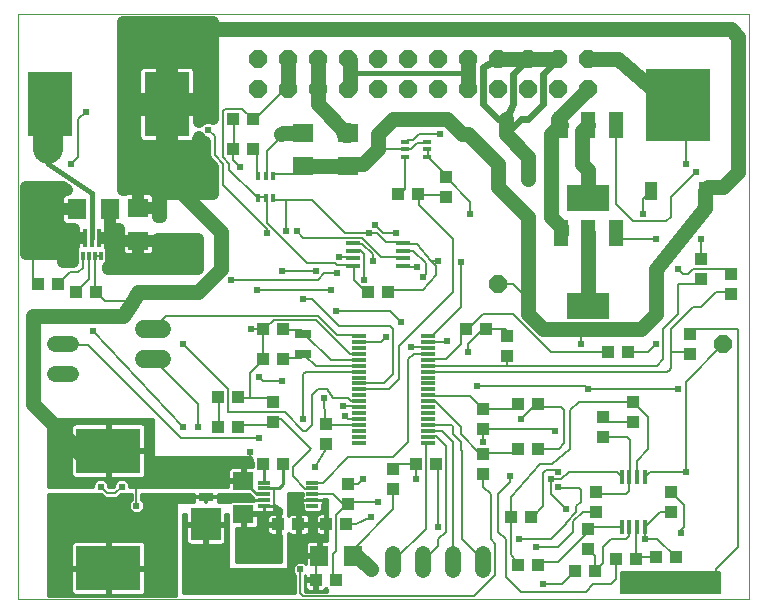
<source format=gtl>
G75*
%MOIN*%
%OFA0B0*%
%FSLAX24Y24*%
%IPPOS*%
%LPD*%
%AMOC8*
5,1,8,0,0,1.08239X$1,22.5*
%
%ADD10C,0.0000*%
%ADD11R,0.0433X0.0394*%
%ADD12R,0.0394X0.0433*%
%ADD13R,0.0472X0.0118*%
%ADD14R,0.0710X0.0630*%
%ADD15R,0.2126X0.2441*%
%ADD16R,0.0394X0.0630*%
%ADD17C,0.0540*%
%ADD18C,0.0600*%
%ADD19R,0.0551X0.0276*%
%ADD20R,0.0709X0.0630*%
%ADD21R,0.0630X0.0709*%
%ADD22R,0.0394X0.0118*%
%ADD23R,0.0130X0.0600*%
%ADD24R,0.0130X0.0300*%
%ADD25R,0.0138X0.0315*%
%ADD26R,0.0315X0.0138*%
%ADD27R,0.1516X0.2165*%
%ADD28R,0.2165X0.1516*%
%ADD29R,0.1000X0.1050*%
%ADD30R,0.0500X0.0250*%
%ADD31OC8,0.0600*%
%ADD32R,0.0480X0.0880*%
%ADD33R,0.1417X0.0866*%
%ADD34R,0.0118X0.0472*%
%ADD35R,0.0630X0.0710*%
%ADD36C,0.0400*%
%ADD37C,0.0356*%
%ADD38C,0.0100*%
%ADD39C,0.0500*%
%ADD40C,0.0060*%
%ADD41C,0.0160*%
%ADD42C,0.0240*%
%ADD43C,0.0240*%
%ADD44C,0.0660*%
%ADD45C,0.1000*%
%ADD46R,0.0356X0.0356*%
D10*
X000630Y000630D02*
X000630Y020126D01*
X025000Y020126D01*
X025000Y000630D01*
X000630Y000630D01*
D11*
X007295Y006380D03*
X007965Y006380D03*
X008795Y008630D03*
X009465Y008630D03*
X009465Y009630D03*
X008795Y009630D03*
X012295Y010880D03*
X012965Y010880D03*
X016930Y009415D03*
X016930Y008745D03*
X017295Y007130D03*
X017965Y007130D03*
X016130Y006965D03*
X016130Y006295D03*
X016130Y005465D03*
X016130Y004795D03*
X017295Y005630D03*
X017965Y005630D03*
X019880Y004215D03*
X019880Y003545D03*
X019630Y002965D03*
X019630Y002295D03*
X021130Y006545D03*
X021130Y007215D03*
X023030Y008795D03*
X023030Y009465D03*
X024380Y010795D03*
X024380Y011465D03*
X023380Y011295D03*
X023380Y011965D03*
X013130Y004965D03*
X013130Y004295D03*
X011630Y004465D03*
X011630Y003795D03*
X009965Y003130D03*
X009295Y003130D03*
X008465Y016630D03*
X007795Y016630D03*
D12*
X007795Y015630D03*
X008465Y015630D03*
X013295Y014130D03*
X013965Y014130D03*
X014880Y014045D03*
X014880Y014715D03*
X015545Y009630D03*
X016215Y009630D03*
X020295Y008880D03*
X020965Y008880D03*
X020130Y006715D03*
X020130Y006045D03*
X022380Y004215D03*
X022380Y003545D03*
X022565Y002030D03*
X021895Y002030D03*
X021215Y001980D03*
X020545Y001980D03*
X019865Y001580D03*
X019195Y001580D03*
X017965Y001780D03*
X017295Y001780D03*
X017045Y003380D03*
X017715Y003380D03*
X014565Y005130D03*
X013895Y005130D03*
X011565Y003130D03*
X010895Y003130D03*
X011215Y001280D03*
X010545Y001280D03*
X009465Y005130D03*
X008795Y005130D03*
X009130Y006545D03*
X009130Y007215D03*
X007965Y007380D03*
X007295Y007380D03*
X010880Y006465D03*
X010880Y005795D03*
X003215Y010880D03*
X002545Y010880D03*
X001965Y011130D03*
X001295Y011130D03*
D13*
X011798Y011747D03*
X011798Y012002D03*
X011798Y012258D03*
X011798Y012514D03*
X013461Y012514D03*
X013461Y012258D03*
X013461Y012002D03*
X013461Y011747D03*
X014272Y009402D03*
X014272Y009205D03*
X014272Y009008D03*
X014272Y008811D03*
X014272Y008614D03*
X014272Y008417D03*
X014272Y008221D03*
X014272Y008024D03*
X014272Y007827D03*
X014272Y007630D03*
X014272Y007433D03*
X014272Y007236D03*
X014272Y007039D03*
X014272Y006843D03*
X014272Y006646D03*
X014272Y006449D03*
X014272Y006252D03*
X014272Y006055D03*
X014272Y005858D03*
X011988Y005858D03*
X011988Y006055D03*
X011988Y006252D03*
X011988Y006449D03*
X011988Y006646D03*
X011988Y006843D03*
X011988Y007039D03*
X011988Y007236D03*
X011988Y007433D03*
X011988Y007630D03*
X011988Y007827D03*
X011988Y008024D03*
X011988Y008221D03*
X011988Y008417D03*
X011988Y008614D03*
X011988Y008811D03*
X011988Y009008D03*
X011988Y009205D03*
X011988Y009402D03*
D14*
X011630Y015070D03*
X011630Y016190D03*
X010130Y016190D03*
X010130Y015070D03*
D15*
X022630Y017114D03*
D16*
X021732Y014240D03*
X023528Y014240D03*
D17*
X016130Y002150D02*
X016130Y001610D01*
X015130Y001610D02*
X015130Y002150D01*
X014130Y002150D02*
X014130Y001610D01*
X013130Y001610D02*
X013130Y002150D01*
X002400Y008130D02*
X001860Y008130D01*
X001860Y009130D02*
X002400Y009130D01*
D18*
X004830Y008630D02*
X005430Y008630D01*
X005430Y009630D02*
X004830Y009630D01*
D19*
X010130Y009465D03*
X010130Y008795D03*
D20*
X008130Y004581D03*
X008130Y003479D03*
X004630Y012579D03*
X004630Y013681D03*
D21*
X003681Y013630D03*
X002579Y013630D03*
D22*
X008823Y004524D03*
X008823Y004327D03*
X008823Y004130D03*
X008823Y003933D03*
X008823Y003736D03*
X010437Y003736D03*
X010437Y003933D03*
X010437Y004130D03*
X010437Y004327D03*
X010437Y004524D03*
D23*
X003321Y012680D03*
X003085Y012680D03*
X002849Y012680D03*
D24*
X002789Y012090D03*
X002986Y012090D03*
X003183Y012090D03*
X003380Y012090D03*
D25*
X008624Y014006D03*
X008880Y014006D03*
X009136Y014006D03*
X009136Y014754D03*
X008880Y014754D03*
X008624Y014754D03*
D26*
X013506Y015374D03*
X013506Y015630D03*
X013506Y015886D03*
X014254Y015886D03*
X014254Y015630D03*
X014254Y015374D03*
D27*
X005589Y017130D03*
X001671Y017130D03*
D28*
X003630Y005589D03*
X003630Y001671D03*
D29*
X006880Y003126D03*
D30*
X006880Y004055D03*
D31*
X016630Y011130D03*
X024130Y009130D03*
X019630Y017630D03*
X019630Y018630D03*
X018630Y018630D03*
X018630Y017630D03*
X017630Y017630D03*
X017630Y018630D03*
X016630Y018630D03*
X016630Y017630D03*
X015630Y017630D03*
X015630Y018630D03*
X014630Y018630D03*
X014630Y017630D03*
X013630Y017630D03*
X012630Y017630D03*
X012630Y018630D03*
X013630Y018630D03*
X011630Y018630D03*
X011630Y017630D03*
X010630Y017630D03*
X010630Y018630D03*
X009630Y018630D03*
X009630Y017630D03*
X008630Y017630D03*
X008630Y018630D03*
D32*
X018720Y016450D03*
X019630Y016450D03*
X020540Y016450D03*
X020540Y012850D03*
X019630Y012850D03*
X018720Y012850D03*
D33*
X019630Y014010D03*
X019630Y010410D03*
D34*
X020746Y004711D03*
X021002Y004711D03*
X021258Y004711D03*
X021513Y004711D03*
X021513Y003048D03*
X021258Y003048D03*
X021002Y003048D03*
X020746Y003048D03*
D35*
X011790Y002080D03*
X010670Y002080D03*
D36*
X006629Y011630D02*
X003630Y011630D01*
X003614Y011712D01*
X003683Y011781D01*
X003726Y011884D01*
X003726Y012296D01*
X003686Y012392D01*
X003686Y012680D01*
X003686Y012976D01*
X003986Y012976D01*
X003976Y012923D01*
X003976Y012579D01*
X004630Y012579D01*
X004630Y012579D01*
X005284Y012579D01*
X005284Y012630D01*
X006630Y012630D01*
X006630Y011631D01*
X006629Y011630D01*
X006630Y011743D02*
X003645Y011743D01*
X003726Y012142D02*
X004002Y012142D01*
X004010Y012122D02*
X004043Y012073D01*
X004084Y012031D01*
X004134Y011998D01*
X004188Y011975D01*
X004246Y011964D01*
X004630Y011964D01*
X005014Y011964D01*
X005072Y011975D01*
X005126Y011998D01*
X005176Y012031D01*
X005217Y012073D01*
X005250Y012122D01*
X005273Y012176D01*
X005284Y012234D01*
X005284Y012579D01*
X004630Y012579D01*
X004630Y012579D01*
X003976Y012579D01*
X003976Y012234D01*
X003987Y012176D01*
X004010Y012122D01*
X003976Y012540D02*
X003686Y012540D01*
X003630Y012630D02*
X003681Y012681D01*
X003681Y013630D01*
X004130Y014260D02*
X004130Y019866D01*
X007130Y019866D01*
X007130Y016643D01*
X007042Y016680D01*
X006882Y016680D01*
X006735Y016619D01*
X006647Y016531D01*
X006647Y016951D01*
X005768Y016951D01*
X005768Y017309D01*
X006647Y017309D01*
X006647Y018242D01*
X006635Y018300D01*
X006612Y018355D01*
X006580Y018404D01*
X006538Y018446D01*
X006489Y018479D01*
X006434Y018501D01*
X006376Y018513D01*
X005768Y018513D01*
X005768Y017309D01*
X005410Y017309D01*
X005410Y018513D01*
X004801Y018513D01*
X004743Y018501D01*
X004689Y018479D01*
X004640Y018446D01*
X004598Y018404D01*
X004565Y018355D01*
X004542Y018300D01*
X004531Y018242D01*
X004531Y017309D01*
X005410Y017309D01*
X005410Y016951D01*
X005768Y016951D01*
X005768Y015747D01*
X006376Y015747D01*
X006434Y015759D01*
X006489Y015781D01*
X006538Y015814D01*
X006580Y015856D01*
X006612Y015905D01*
X006635Y015960D01*
X006647Y016018D01*
X006647Y016028D01*
X006735Y015940D01*
X006862Y015887D01*
X006862Y015373D01*
X006910Y015259D01*
X006997Y015172D01*
X007130Y015039D01*
X007130Y014130D01*
X005380Y014130D01*
X005380Y013380D01*
X005284Y013380D01*
X005284Y013681D01*
X004630Y013681D01*
X004630Y013681D01*
X005284Y013681D01*
X005284Y014026D01*
X005273Y014084D01*
X005250Y014138D01*
X005217Y014187D01*
X005176Y014229D01*
X005126Y014262D01*
X005072Y014285D01*
X005014Y014296D01*
X004630Y014296D01*
X004246Y014296D01*
X004188Y014285D01*
X004134Y014262D01*
X004130Y014260D01*
X004130Y014533D02*
X007130Y014533D01*
X007130Y014931D02*
X004130Y014931D01*
X004130Y015330D02*
X006880Y015330D01*
X006862Y015728D02*
X004130Y015728D01*
X004565Y015905D02*
X004598Y015856D01*
X004640Y015814D01*
X004689Y015781D01*
X004743Y015759D01*
X004801Y015747D01*
X005410Y015747D01*
X005410Y016951D01*
X004531Y016951D01*
X004531Y016018D01*
X004542Y015960D01*
X004565Y015905D01*
X004531Y016127D02*
X004130Y016127D01*
X004130Y016525D02*
X004531Y016525D01*
X004531Y016924D02*
X004130Y016924D01*
X004130Y017322D02*
X004531Y017322D01*
X004531Y017721D02*
X004130Y017721D01*
X004130Y018119D02*
X004531Y018119D01*
X004130Y018518D02*
X007130Y018518D01*
X007130Y018916D02*
X004130Y018916D01*
X004130Y019315D02*
X007130Y019315D01*
X007130Y019713D02*
X004130Y019713D01*
X005410Y018119D02*
X005768Y018119D01*
X005768Y017721D02*
X005410Y017721D01*
X005410Y017322D02*
X005768Y017322D01*
X005768Y016924D02*
X005410Y016924D01*
X005410Y016525D02*
X005768Y016525D01*
X005768Y016127D02*
X005410Y016127D01*
X006647Y016924D02*
X007130Y016924D01*
X007130Y017322D02*
X006647Y017322D01*
X006647Y017721D02*
X007130Y017721D01*
X007130Y018119D02*
X006647Y018119D01*
X004630Y014296D02*
X004630Y013681D01*
X004630Y014296D01*
X004630Y014134D02*
X004630Y014134D01*
X004630Y013736D02*
X004630Y013736D01*
X004630Y013681D02*
X004630Y013681D01*
X005284Y013736D02*
X005380Y013736D01*
X005252Y014134D02*
X007130Y014134D01*
X006630Y012540D02*
X005284Y012540D01*
X005258Y012142D02*
X006630Y012142D01*
X004630Y012142D02*
X004630Y012142D01*
X004630Y011964D02*
X004630Y012579D01*
X004630Y012579D01*
X004630Y011964D01*
X004630Y012540D02*
X004630Y012540D01*
X003979Y012939D02*
X003686Y012939D01*
X003686Y012680D02*
X003446Y012680D01*
X003446Y012680D01*
X003686Y012680D01*
X002724Y012680D02*
X002484Y012680D01*
X002724Y012680D01*
X002724Y012680D01*
X002484Y012680D02*
X002484Y012976D01*
X002234Y012976D01*
X002176Y012987D01*
X002122Y013010D01*
X002073Y013043D01*
X002031Y013084D01*
X001998Y013134D01*
X001975Y013188D01*
X001964Y013246D01*
X001964Y013630D01*
X002579Y013630D01*
X002579Y013630D01*
X001964Y013630D01*
X001964Y014014D01*
X001975Y014072D01*
X001998Y014126D01*
X002031Y014176D01*
X002073Y014217D01*
X002122Y014250D01*
X002176Y014273D01*
X002234Y014284D01*
X002261Y014284D01*
X002115Y014380D01*
X000890Y014380D01*
X000890Y012130D01*
X002130Y012130D01*
X002130Y011880D01*
X002445Y011880D01*
X002443Y011884D01*
X002443Y012296D01*
X002484Y012394D01*
X002484Y012680D01*
X002484Y012540D02*
X000890Y012540D01*
X000890Y012142D02*
X002443Y012142D01*
X002484Y012939D02*
X000890Y012939D01*
X000890Y013337D02*
X001964Y013337D01*
X001964Y013736D02*
X000890Y013736D01*
X000890Y014134D02*
X002003Y014134D01*
D37*
X001130Y014130D03*
X001130Y013630D03*
X001130Y013130D03*
X001130Y012630D03*
X005380Y012380D03*
X005880Y012380D03*
X006380Y012380D03*
X006380Y011880D03*
X005880Y011880D03*
X005380Y011880D03*
X009380Y016130D03*
X017630Y014630D03*
X008810Y003130D03*
X008630Y002630D03*
X008630Y002130D03*
X008130Y002130D03*
X008130Y002630D03*
X009130Y002130D03*
X012380Y001630D03*
D38*
X010930Y000966D02*
X010930Y000891D01*
X010197Y000891D01*
X010191Y000897D01*
X010191Y001436D01*
X010199Y001444D01*
X010199Y001328D01*
X010497Y001328D01*
X010497Y001232D01*
X010199Y001232D01*
X010199Y001044D01*
X010209Y001006D01*
X010228Y000971D01*
X010256Y000943D01*
X010291Y000924D01*
X010329Y000913D01*
X010497Y000913D01*
X010497Y001232D01*
X010594Y001232D01*
X010594Y000913D01*
X010762Y000913D01*
X010800Y000924D01*
X010834Y000943D01*
X010862Y000971D01*
X010882Y001006D01*
X010887Y001025D01*
X010887Y001009D01*
X010930Y000966D01*
X010930Y000943D02*
X010833Y000943D01*
X010594Y000943D02*
X010497Y000943D01*
X010497Y001041D02*
X010594Y001041D01*
X010594Y001140D02*
X010497Y001140D01*
X010497Y001238D02*
X010191Y001238D01*
X010191Y001140D02*
X010199Y001140D01*
X010191Y001041D02*
X010199Y001041D01*
X010191Y000943D02*
X010258Y000943D01*
X009869Y000943D02*
X006130Y000943D01*
X006130Y001041D02*
X009869Y001041D01*
X009869Y001140D02*
X006130Y001140D01*
X006130Y001238D02*
X009869Y001238D01*
X009869Y001337D02*
X006130Y001337D01*
X006130Y001435D02*
X009869Y001435D01*
X009869Y001436D02*
X009869Y000830D01*
X006130Y000830D01*
X006130Y003480D01*
X006230Y003480D01*
X006230Y003176D01*
X006830Y003176D01*
X006830Y003076D01*
X006930Y003076D01*
X006930Y002451D01*
X007400Y002451D01*
X007438Y002461D01*
X007472Y002481D01*
X007500Y002509D01*
X007520Y002543D01*
X007530Y002581D01*
X007530Y003076D01*
X006930Y003076D01*
X006930Y003176D01*
X007530Y003176D01*
X007530Y003480D01*
X007630Y003480D01*
X007630Y001630D01*
X009630Y001630D01*
X009630Y002839D01*
X009656Y002813D01*
X009690Y002793D01*
X009728Y002783D01*
X009916Y002783D01*
X009916Y003082D01*
X010013Y003082D01*
X010013Y003178D01*
X010331Y003178D01*
X010331Y003347D01*
X010321Y003385D01*
X010301Y003419D01*
X010273Y003447D01*
X010239Y003467D01*
X010201Y003477D01*
X010013Y003477D01*
X010013Y003178D01*
X009916Y003178D01*
X009916Y003477D01*
X009728Y003477D01*
X009690Y003467D01*
X009656Y003447D01*
X009630Y003421D01*
X009630Y004180D01*
X010110Y004180D01*
X010110Y004066D01*
X010100Y004050D01*
X010090Y004012D01*
X010090Y003933D01*
X010090Y003854D01*
X010100Y003816D01*
X010110Y003800D01*
X010110Y003623D01*
X010186Y003547D01*
X010688Y003547D01*
X010765Y003623D01*
X010765Y003800D01*
X010774Y003816D01*
X010784Y003854D01*
X010784Y003933D01*
X010437Y003933D01*
X010090Y003933D01*
X010437Y003933D01*
X010437Y003933D01*
X010437Y003933D01*
X010784Y003933D01*
X010784Y003969D01*
X010930Y003969D01*
X010930Y003178D01*
X010847Y003178D01*
X010847Y003082D01*
X010549Y003082D01*
X010549Y002894D01*
X010559Y002856D01*
X010578Y002821D01*
X010606Y002793D01*
X010641Y002774D01*
X010679Y002763D01*
X010847Y002763D01*
X010847Y003082D01*
X010930Y003082D01*
X010930Y002585D01*
X010720Y002585D01*
X010720Y002130D01*
X010620Y002130D01*
X010620Y002030D01*
X010205Y002030D01*
X010205Y001809D01*
X010172Y001843D01*
X010080Y001881D01*
X009980Y001881D01*
X009888Y001843D01*
X009817Y001772D01*
X009779Y001680D01*
X009779Y001580D01*
X009817Y001488D01*
X009869Y001436D01*
X009799Y001534D02*
X006130Y001534D01*
X006130Y001632D02*
X007630Y001632D01*
X007630Y001731D02*
X006130Y001731D01*
X006130Y001829D02*
X007630Y001829D01*
X007630Y001928D02*
X006130Y001928D01*
X006130Y002026D02*
X007630Y002026D01*
X007630Y002125D02*
X006130Y002125D01*
X006130Y002223D02*
X007630Y002223D01*
X007630Y002322D02*
X006130Y002322D01*
X006130Y002420D02*
X007630Y002420D01*
X007630Y002519D02*
X007506Y002519D01*
X007530Y002617D02*
X007630Y002617D01*
X007630Y002716D02*
X007530Y002716D01*
X007530Y002814D02*
X007630Y002814D01*
X007630Y002913D02*
X007530Y002913D01*
X007530Y003011D02*
X007630Y003011D01*
X007630Y003110D02*
X006930Y003110D01*
X006930Y003011D02*
X006830Y003011D01*
X006830Y003076D02*
X006830Y002451D01*
X006360Y002451D01*
X006322Y002461D01*
X006288Y002481D01*
X006260Y002509D01*
X006240Y002543D01*
X006230Y002581D01*
X006230Y003076D01*
X006830Y003076D01*
X006830Y003110D02*
X006130Y003110D01*
X006130Y003208D02*
X006230Y003208D01*
X006230Y003307D02*
X006130Y003307D01*
X006130Y003405D02*
X006230Y003405D01*
X005880Y003405D02*
X001630Y003405D01*
X001630Y003307D02*
X005880Y003307D01*
X005880Y003208D02*
X001630Y003208D01*
X001630Y003110D02*
X005880Y003110D01*
X005880Y003011D02*
X001630Y003011D01*
X001630Y002913D02*
X005880Y002913D01*
X005880Y002814D02*
X001630Y002814D01*
X001630Y002716D02*
X005880Y002716D01*
X005880Y002617D02*
X001630Y002617D01*
X001630Y002519D02*
X002426Y002519D01*
X002427Y002521D02*
X002408Y002487D01*
X002397Y002449D01*
X002397Y001721D01*
X003580Y001721D01*
X003580Y001621D01*
X003680Y001621D01*
X003680Y000763D01*
X004732Y000763D01*
X004771Y000774D01*
X004805Y000793D01*
X004833Y000821D01*
X004852Y000856D01*
X004863Y000894D01*
X004863Y001621D01*
X003680Y001621D01*
X003680Y001721D01*
X004863Y001721D01*
X004863Y002449D01*
X004852Y002487D01*
X004833Y002521D01*
X004805Y002549D01*
X004771Y002569D01*
X004732Y002579D01*
X003680Y002579D01*
X003680Y001721D01*
X003580Y001721D01*
X003580Y002579D01*
X002528Y002579D01*
X002489Y002569D01*
X002455Y002549D01*
X002427Y002521D01*
X002397Y002420D02*
X001630Y002420D01*
X001630Y002322D02*
X002397Y002322D01*
X002397Y002223D02*
X001630Y002223D01*
X001630Y002125D02*
X002397Y002125D01*
X002397Y002026D02*
X001630Y002026D01*
X001630Y001928D02*
X002397Y001928D01*
X002397Y001829D02*
X001630Y001829D01*
X001630Y001731D02*
X002397Y001731D01*
X002397Y001621D02*
X002397Y000894D01*
X002408Y000856D01*
X002427Y000821D01*
X002455Y000793D01*
X002489Y000774D01*
X002528Y000763D01*
X003580Y000763D01*
X003580Y001621D01*
X002397Y001621D01*
X002397Y001534D02*
X001630Y001534D01*
X001630Y001632D02*
X003580Y001632D01*
X003580Y001534D02*
X003680Y001534D01*
X003680Y001632D02*
X005880Y001632D01*
X005880Y001534D02*
X004863Y001534D01*
X004863Y001435D02*
X005880Y001435D01*
X005880Y001337D02*
X004863Y001337D01*
X004863Y001238D02*
X005880Y001238D01*
X005880Y001140D02*
X004863Y001140D01*
X004863Y001041D02*
X005880Y001041D01*
X005880Y000943D02*
X004863Y000943D01*
X004846Y000844D02*
X005880Y000844D01*
X005880Y000746D02*
X001630Y000746D01*
X001630Y000740D02*
X001630Y004130D01*
X003406Y004130D01*
X003424Y004112D01*
X003518Y004018D01*
X003933Y004018D01*
X004045Y004130D01*
X004409Y004130D01*
X004409Y003950D01*
X004357Y003898D01*
X004319Y003806D01*
X004319Y003706D01*
X004357Y003614D01*
X004428Y003544D01*
X004520Y003505D01*
X004620Y003505D01*
X004712Y003544D01*
X004782Y003614D01*
X004821Y003706D01*
X004821Y003806D01*
X004782Y003898D01*
X004731Y003950D01*
X004731Y004130D01*
X006480Y004130D01*
X006480Y004068D01*
X006867Y004068D01*
X006867Y004042D01*
X006480Y004042D01*
X006480Y003910D01*
X006488Y003880D01*
X005880Y003880D01*
X005880Y000740D01*
X001630Y000740D01*
X001630Y000844D02*
X002414Y000844D01*
X002397Y000943D02*
X001630Y000943D01*
X001630Y001041D02*
X002397Y001041D01*
X002397Y001140D02*
X001630Y001140D01*
X001630Y001238D02*
X002397Y001238D01*
X002397Y001337D02*
X001630Y001337D01*
X001630Y001435D02*
X002397Y001435D01*
X003580Y001435D02*
X003680Y001435D01*
X003680Y001337D02*
X003580Y001337D01*
X003580Y001238D02*
X003680Y001238D01*
X003680Y001140D02*
X003580Y001140D01*
X003580Y001041D02*
X003680Y001041D01*
X003680Y000943D02*
X003580Y000943D01*
X003580Y000844D02*
X003680Y000844D01*
X003680Y001731D02*
X003580Y001731D01*
X003580Y001829D02*
X003680Y001829D01*
X003680Y001928D02*
X003580Y001928D01*
X003580Y002026D02*
X003680Y002026D01*
X003680Y002125D02*
X003580Y002125D01*
X003580Y002223D02*
X003680Y002223D01*
X003680Y002322D02*
X003580Y002322D01*
X003580Y002420D02*
X003680Y002420D01*
X003680Y002519D02*
X003580Y002519D01*
X004834Y002519D02*
X005880Y002519D01*
X005880Y002420D02*
X004863Y002420D01*
X004863Y002322D02*
X005880Y002322D01*
X005880Y002223D02*
X004863Y002223D01*
X004863Y002125D02*
X005880Y002125D01*
X005880Y002026D02*
X004863Y002026D01*
X004863Y001928D02*
X005880Y001928D01*
X005880Y001829D02*
X004863Y001829D01*
X004863Y001731D02*
X005880Y001731D01*
X006130Y002519D02*
X006254Y002519D01*
X006230Y002617D02*
X006130Y002617D01*
X006130Y002716D02*
X006230Y002716D01*
X006230Y002814D02*
X006130Y002814D01*
X006130Y002913D02*
X006230Y002913D01*
X006230Y003011D02*
X006130Y003011D01*
X005880Y003504D02*
X001630Y003504D01*
X001630Y003602D02*
X004369Y003602D01*
X004322Y003701D02*
X001630Y003701D01*
X001630Y003799D02*
X004319Y003799D01*
X004357Y003898D02*
X001630Y003898D01*
X001630Y003996D02*
X004409Y003996D01*
X004409Y004095D02*
X004010Y004095D01*
X003827Y004380D02*
X003625Y004380D01*
X003625Y004439D01*
X003586Y004531D01*
X003516Y004602D01*
X003424Y004640D01*
X003324Y004640D01*
X003232Y004602D01*
X003161Y004531D01*
X003123Y004439D01*
X003123Y004380D01*
X001630Y004380D01*
X001630Y006630D01*
X005130Y006630D01*
X005130Y005380D01*
X008380Y005380D01*
X008468Y005161D01*
X008468Y005046D01*
X008180Y005046D01*
X008180Y004631D01*
X008080Y004631D01*
X008080Y004531D01*
X007626Y004531D01*
X007626Y004380D01*
X004328Y004380D01*
X004328Y004439D01*
X004290Y004531D01*
X004219Y004602D01*
X004127Y004640D01*
X004027Y004640D01*
X003935Y004602D01*
X003865Y004531D01*
X003827Y004439D01*
X003827Y004380D01*
X003827Y004390D02*
X003625Y004390D01*
X003604Y004489D02*
X003847Y004489D01*
X003920Y004587D02*
X003531Y004587D01*
X003580Y004681D02*
X003580Y005539D01*
X002397Y005539D01*
X002397Y004811D01*
X002408Y004773D01*
X002427Y004739D01*
X002455Y004711D01*
X002489Y004691D01*
X002528Y004681D01*
X003580Y004681D01*
X003580Y004686D02*
X003680Y004686D01*
X003680Y004681D02*
X004732Y004681D01*
X004771Y004691D01*
X004805Y004711D01*
X004833Y004739D01*
X004852Y004773D01*
X004863Y004811D01*
X004863Y005539D01*
X003680Y005539D01*
X003680Y005639D01*
X003580Y005639D01*
X003580Y006497D01*
X002528Y006497D01*
X002489Y006486D01*
X002455Y006467D01*
X002427Y006439D01*
X002408Y006404D01*
X002397Y006366D01*
X002397Y005639D01*
X003580Y005639D01*
X003580Y005539D01*
X003680Y005539D01*
X003680Y004681D01*
X003680Y004784D02*
X003580Y004784D01*
X003580Y004883D02*
X003680Y004883D01*
X003680Y004981D02*
X003580Y004981D01*
X003580Y005080D02*
X003680Y005080D01*
X003680Y005178D02*
X003580Y005178D01*
X003580Y005277D02*
X003680Y005277D01*
X003680Y005375D02*
X003580Y005375D01*
X003580Y005474D02*
X003680Y005474D01*
X003680Y005572D02*
X005130Y005572D01*
X005130Y005474D02*
X004863Y005474D01*
X004863Y005375D02*
X008382Y005375D01*
X008421Y005277D02*
X004863Y005277D01*
X004863Y005178D02*
X008461Y005178D01*
X008468Y005080D02*
X004863Y005080D01*
X004863Y004981D02*
X007651Y004981D01*
X007656Y004988D02*
X007636Y004954D01*
X007626Y004916D01*
X007626Y004631D01*
X008080Y004631D01*
X008080Y005046D01*
X007756Y005046D01*
X007718Y005036D01*
X007684Y005016D01*
X007656Y004988D01*
X007626Y004883D02*
X004863Y004883D01*
X004855Y004784D02*
X007626Y004784D01*
X007626Y004686D02*
X004750Y004686D01*
X004308Y004489D02*
X007626Y004489D01*
X007626Y004390D02*
X004328Y004390D01*
X004234Y004587D02*
X008080Y004587D01*
X008130Y004581D02*
X008581Y004130D01*
X008823Y004130D01*
X008823Y003933D02*
X008823Y003933D01*
X008476Y003933D01*
X008476Y003924D01*
X007722Y003924D01*
X007677Y003880D01*
X007272Y003880D01*
X007280Y003910D01*
X007280Y004042D01*
X006893Y004042D01*
X006893Y004068D01*
X007280Y004068D01*
X007280Y004130D01*
X008326Y004130D01*
X008476Y003980D01*
X008476Y003933D01*
X008823Y003933D01*
X008823Y003736D02*
X009170Y003736D01*
X009170Y003657D01*
X009160Y003619D01*
X009140Y003585D01*
X009112Y003557D01*
X009078Y003537D01*
X009040Y003527D01*
X008823Y003527D01*
X008823Y003736D01*
X008823Y003736D01*
X008823Y003527D01*
X008606Y003527D01*
X008600Y003529D01*
X008180Y003529D01*
X008180Y003429D01*
X008634Y003429D01*
X008634Y003144D01*
X008624Y003106D01*
X008604Y003072D01*
X008576Y003044D01*
X008542Y003024D01*
X008504Y003014D01*
X008180Y003014D01*
X008180Y003429D01*
X008080Y003429D01*
X008080Y003014D01*
X007880Y003014D01*
X007880Y001880D01*
X009380Y001880D01*
X009380Y002783D01*
X009344Y002783D01*
X009344Y003082D01*
X009247Y003082D01*
X008929Y003082D01*
X008929Y002913D01*
X008939Y002875D01*
X008959Y002841D01*
X008987Y002813D01*
X009021Y002793D01*
X009059Y002783D01*
X009247Y002783D01*
X009247Y003082D01*
X009247Y003178D01*
X008929Y003178D01*
X008929Y003347D01*
X008939Y003385D01*
X008959Y003419D01*
X008987Y003447D01*
X009021Y003467D01*
X009059Y003477D01*
X009247Y003477D01*
X009247Y003178D01*
X009344Y003178D01*
X009344Y003477D01*
X009380Y003477D01*
X009380Y003630D01*
X009170Y003770D01*
X009170Y003736D01*
X008823Y003736D01*
X008823Y003736D01*
X008823Y003701D02*
X008823Y003701D01*
X008823Y003602D02*
X008823Y003602D01*
X008951Y003405D02*
X008634Y003405D01*
X008634Y003307D02*
X008929Y003307D01*
X008929Y003208D02*
X008634Y003208D01*
X008625Y003110D02*
X009247Y003110D01*
X009247Y003208D02*
X009344Y003208D01*
X009344Y003307D02*
X009247Y003307D01*
X009247Y003405D02*
X009344Y003405D01*
X009380Y003504D02*
X008180Y003504D01*
X008180Y003405D02*
X008080Y003405D01*
X008080Y003307D02*
X008180Y003307D01*
X008180Y003208D02*
X008080Y003208D01*
X008080Y003110D02*
X008180Y003110D01*
X007880Y003011D02*
X008929Y003011D01*
X008929Y002913D02*
X007880Y002913D01*
X007880Y002814D02*
X008986Y002814D01*
X009247Y002814D02*
X009344Y002814D01*
X009344Y002913D02*
X009247Y002913D01*
X009247Y003011D02*
X009344Y003011D01*
X009380Y002716D02*
X007880Y002716D01*
X007880Y002617D02*
X009380Y002617D01*
X009380Y002519D02*
X007880Y002519D01*
X007880Y002420D02*
X009380Y002420D01*
X009380Y002322D02*
X007880Y002322D01*
X007880Y002223D02*
X009380Y002223D01*
X009380Y002125D02*
X007880Y002125D01*
X007880Y002026D02*
X009380Y002026D01*
X009380Y001928D02*
X007880Y001928D01*
X006930Y002519D02*
X006830Y002519D01*
X006830Y002617D02*
X006930Y002617D01*
X006930Y002716D02*
X006830Y002716D01*
X006830Y002814D02*
X006930Y002814D01*
X006930Y002913D02*
X006830Y002913D01*
X007530Y003208D02*
X007630Y003208D01*
X007630Y003307D02*
X007530Y003307D01*
X007530Y003405D02*
X007630Y003405D01*
X007695Y003898D02*
X007277Y003898D01*
X007280Y003996D02*
X008460Y003996D01*
X008361Y004095D02*
X007280Y004095D01*
X006893Y004042D02*
X006893Y003880D01*
X006867Y003880D01*
X006867Y004042D01*
X006893Y004042D01*
X006893Y003996D02*
X006867Y003996D01*
X006867Y003898D02*
X006893Y003898D01*
X006483Y003898D02*
X004783Y003898D01*
X004821Y003799D02*
X005880Y003799D01*
X005880Y003701D02*
X004818Y003701D01*
X004770Y003602D02*
X005880Y003602D01*
X006480Y003996D02*
X004731Y003996D01*
X004731Y004095D02*
X006480Y004095D01*
X008080Y004686D02*
X008180Y004686D01*
X008180Y004784D02*
X008080Y004784D01*
X008080Y004883D02*
X008180Y004883D01*
X008180Y004981D02*
X008080Y004981D01*
X008795Y005130D02*
X008823Y005102D01*
X008823Y004524D01*
X008823Y004327D02*
X009143Y004327D01*
X009327Y004327D01*
X009465Y004465D01*
X009465Y005130D01*
X009630Y004095D02*
X010110Y004095D01*
X010090Y003996D02*
X009630Y003996D01*
X009630Y003898D02*
X010090Y003898D01*
X010110Y003799D02*
X009630Y003799D01*
X009630Y003701D02*
X010110Y003701D01*
X010131Y003602D02*
X009630Y003602D01*
X009630Y003504D02*
X010930Y003504D01*
X010847Y003497D02*
X010679Y003497D01*
X010641Y003486D01*
X010606Y003467D01*
X010578Y003439D01*
X010559Y003404D01*
X010549Y003366D01*
X010549Y003178D01*
X010847Y003178D01*
X010847Y003497D01*
X010847Y003405D02*
X010930Y003405D01*
X010930Y003307D02*
X010847Y003307D01*
X010847Y003208D02*
X010930Y003208D01*
X010847Y003110D02*
X010013Y003110D01*
X010013Y003082D02*
X010331Y003082D01*
X010331Y002913D01*
X010321Y002875D01*
X010301Y002841D01*
X010273Y002813D01*
X010239Y002793D01*
X010201Y002783D01*
X010013Y002783D01*
X010013Y003082D01*
X010013Y003011D02*
X009916Y003011D01*
X009916Y002913D02*
X010013Y002913D01*
X010013Y002814D02*
X009916Y002814D01*
X009655Y002814D02*
X009630Y002814D01*
X009630Y002716D02*
X010930Y002716D01*
X010930Y002814D02*
X010847Y002814D01*
X010847Y002913D02*
X010930Y002913D01*
X010930Y003011D02*
X010847Y003011D01*
X010586Y002814D02*
X010274Y002814D01*
X010331Y002913D02*
X010549Y002913D01*
X010549Y003011D02*
X010331Y003011D01*
X010331Y003208D02*
X010549Y003208D01*
X010549Y003307D02*
X010331Y003307D01*
X010309Y003405D02*
X010559Y003405D01*
X010744Y003602D02*
X010930Y003602D01*
X010930Y003701D02*
X010765Y003701D01*
X010765Y003799D02*
X010930Y003799D01*
X010930Y003898D02*
X010784Y003898D01*
X010013Y003405D02*
X009916Y003405D01*
X009916Y003307D02*
X010013Y003307D01*
X010013Y003208D02*
X009916Y003208D01*
X009380Y003602D02*
X009150Y003602D01*
X009170Y003701D02*
X009274Y003701D01*
X009630Y002617D02*
X010930Y002617D01*
X010720Y002519D02*
X010620Y002519D01*
X010620Y002585D02*
X010335Y002585D01*
X010297Y002575D01*
X010263Y002555D01*
X010235Y002527D01*
X010215Y002493D01*
X010205Y002455D01*
X010205Y002130D01*
X010620Y002130D01*
X010620Y002585D01*
X010620Y002420D02*
X010720Y002420D01*
X010720Y002322D02*
X010620Y002322D01*
X010620Y002223D02*
X010720Y002223D01*
X010620Y002125D02*
X009630Y002125D01*
X009630Y002223D02*
X010205Y002223D01*
X010205Y002322D02*
X009630Y002322D01*
X009630Y002420D02*
X010205Y002420D01*
X010230Y002519D02*
X009630Y002519D01*
X009630Y002026D02*
X010205Y002026D01*
X010205Y001928D02*
X009630Y001928D01*
X009630Y001829D02*
X009874Y001829D01*
X009800Y001731D02*
X009630Y001731D01*
X009630Y001632D02*
X009779Y001632D01*
X010186Y001829D02*
X010205Y001829D01*
X010191Y001435D02*
X010199Y001435D01*
X010191Y001337D02*
X010199Y001337D01*
X009869Y000844D02*
X006130Y000844D01*
X003441Y004095D02*
X001630Y004095D01*
X001630Y004390D02*
X003123Y004390D01*
X003144Y004489D02*
X001630Y004489D01*
X001630Y004587D02*
X003217Y004587D01*
X002510Y004686D02*
X001630Y004686D01*
X001630Y004784D02*
X002405Y004784D01*
X002397Y004883D02*
X001630Y004883D01*
X001630Y004981D02*
X002397Y004981D01*
X002397Y005080D02*
X001630Y005080D01*
X001630Y005178D02*
X002397Y005178D01*
X002397Y005277D02*
X001630Y005277D01*
X001630Y005375D02*
X002397Y005375D01*
X002397Y005474D02*
X001630Y005474D01*
X001630Y005572D02*
X003580Y005572D01*
X003580Y005671D02*
X003680Y005671D01*
X003680Y005639D02*
X003680Y006497D01*
X004732Y006497D01*
X004771Y006486D01*
X004805Y006467D01*
X004833Y006439D01*
X004852Y006404D01*
X004863Y006366D01*
X004863Y005639D01*
X003680Y005639D01*
X003680Y005769D02*
X003580Y005769D01*
X003580Y005868D02*
X003680Y005868D01*
X003680Y005966D02*
X003580Y005966D01*
X003580Y006065D02*
X003680Y006065D01*
X003680Y006163D02*
X003580Y006163D01*
X003580Y006262D02*
X003680Y006262D01*
X003680Y006360D02*
X003580Y006360D01*
X003580Y006459D02*
X003680Y006459D01*
X004813Y006459D02*
X005130Y006459D01*
X005130Y006557D02*
X001630Y006557D01*
X001630Y006459D02*
X002447Y006459D01*
X002397Y006360D02*
X001630Y006360D01*
X001630Y006262D02*
X002397Y006262D01*
X002397Y006163D02*
X001630Y006163D01*
X001630Y006065D02*
X002397Y006065D01*
X002397Y005966D02*
X001630Y005966D01*
X001630Y005868D02*
X002397Y005868D01*
X002397Y005769D02*
X001630Y005769D01*
X001630Y005671D02*
X002397Y005671D01*
X004863Y005671D02*
X005130Y005671D01*
X005130Y005769D02*
X004863Y005769D01*
X004863Y005868D02*
X005130Y005868D01*
X005130Y005966D02*
X004863Y005966D01*
X004863Y006065D02*
X005130Y006065D01*
X005130Y006163D02*
X004863Y006163D01*
X004863Y006262D02*
X005130Y006262D01*
X005130Y006360D02*
X004863Y006360D01*
D39*
X002671Y005589D02*
X001130Y007130D01*
X001130Y010080D01*
X004130Y010080D01*
X004447Y010588D01*
X004630Y010880D01*
X006630Y010880D01*
X007380Y011630D01*
X007380Y012880D01*
X005880Y014380D01*
X009380Y016130D02*
X009440Y016190D01*
X010130Y016190D01*
X010630Y017130D02*
X010630Y017630D01*
X010630Y018630D01*
X009635Y018601D02*
X009635Y017686D01*
X010630Y017130D02*
X011570Y016190D01*
X012630Y016130D02*
X012630Y015630D01*
X012130Y015130D01*
X011690Y015130D01*
X011630Y015070D01*
X010130Y015070D01*
X012630Y016130D02*
X013130Y016630D01*
X014930Y016630D01*
X015430Y016130D01*
X015630Y016130D01*
X016630Y015130D01*
X016630Y014380D01*
X017630Y013380D01*
X017630Y010630D01*
X017630Y010130D01*
X018130Y009630D01*
X019380Y009630D01*
X021380Y009630D01*
X021880Y010130D01*
X021880Y011630D01*
X023530Y013680D01*
X023530Y013938D01*
X023528Y014240D01*
X023630Y014380D02*
X024130Y014380D01*
X024630Y014880D01*
X024630Y019380D01*
X024380Y019630D01*
X006880Y019630D01*
X011676Y018601D02*
X011676Y018179D01*
X011676Y017686D01*
X015615Y017686D02*
X015615Y018030D01*
X015615Y018179D01*
X015615Y018601D01*
X016630Y018630D02*
X017630Y018630D01*
X018630Y018630D01*
X019630Y018630D02*
X020630Y018630D01*
X022396Y017114D01*
X022630Y017114D01*
X019630Y017630D02*
X018630Y016630D01*
X018630Y016540D01*
X018720Y016450D01*
X018400Y016130D01*
X018380Y016130D01*
X018380Y013380D01*
X018720Y013040D01*
X018720Y012850D01*
X019630Y012850D02*
X019630Y011630D01*
X019630Y010410D01*
X019630Y014010D02*
X019630Y014930D01*
X019430Y015130D01*
X019430Y016250D01*
X019630Y016450D01*
X017630Y015380D02*
X016880Y016130D01*
X016880Y016630D01*
X017630Y015380D02*
X017630Y014630D01*
X011930Y002080D02*
X011790Y002080D01*
X011930Y002080D02*
X012380Y001630D01*
D40*
X013130Y001880D02*
X013153Y001927D01*
X014208Y002982D01*
X014208Y005867D01*
X014272Y005858D01*
X014272Y006055D02*
X014279Y006078D01*
X014560Y006078D01*
X014880Y005758D01*
X014880Y002880D01*
X014631Y002631D01*
X014631Y002419D01*
X014138Y001927D01*
X014130Y001880D01*
X015130Y001880D02*
X015130Y005880D01*
X014758Y006252D01*
X014272Y006252D01*
X014279Y006430D02*
X015080Y006430D01*
X015130Y006380D01*
X015130Y006130D01*
X015380Y005880D01*
X015380Y005610D01*
X015404Y005585D01*
X015404Y002631D01*
X016108Y001927D01*
X016130Y001880D01*
X016530Y001434D02*
X016530Y002480D01*
X016380Y002630D01*
X016380Y004130D01*
X016130Y004380D01*
X016130Y004795D01*
X016178Y004741D01*
X016130Y005465D02*
X016178Y005515D01*
X015995Y005515D01*
X015380Y006130D01*
X015380Y006380D01*
X014524Y007236D01*
X014272Y007236D01*
X014279Y007415D02*
X014272Y007433D01*
X014279Y007415D02*
X015686Y007415D01*
X016108Y006992D01*
X016130Y006965D01*
X016178Y006992D01*
X017163Y006992D01*
X017234Y007063D01*
X017295Y007130D01*
X017380Y006630D02*
X017880Y007130D01*
X017965Y007130D01*
X018065Y007030D01*
X018730Y007030D01*
X018830Y006930D01*
X018830Y005830D01*
X018656Y005656D01*
X018008Y005656D01*
X017965Y005630D01*
X018030Y005130D02*
X017045Y004045D01*
X017045Y003380D01*
X017045Y002130D01*
X017295Y001780D01*
X016880Y001380D02*
X016880Y002630D01*
X016630Y002880D01*
X016630Y004130D01*
X017030Y004530D01*
X017030Y004730D01*
X018030Y005130D02*
X018430Y005130D01*
X019030Y005630D01*
X019030Y006930D01*
X019315Y007215D01*
X021130Y007215D01*
X021630Y006715D01*
X021630Y005630D01*
X021258Y005258D01*
X021258Y004711D01*
X021030Y004740D02*
X021030Y005930D01*
X020915Y006045D01*
X020130Y006045D01*
X020299Y006545D02*
X021130Y006545D01*
X020299Y006545D02*
X020130Y006715D01*
X019630Y007630D02*
X019530Y007730D01*
X015930Y007730D01*
X016880Y008417D02*
X016930Y008467D01*
X016930Y008745D01*
X016880Y008417D02*
X021917Y008417D01*
X022130Y008630D01*
X022130Y009630D01*
X022630Y010130D01*
X022630Y011130D01*
X023215Y011130D01*
X023380Y011295D01*
X023130Y011630D02*
X022965Y011465D01*
X022795Y011465D01*
X022630Y011630D01*
X023130Y011630D02*
X024215Y011630D01*
X024380Y011465D01*
X024295Y010880D02*
X023880Y010880D01*
X023380Y010380D01*
X023130Y010380D01*
X022380Y009630D01*
X022380Y008880D01*
X022880Y008880D01*
X023030Y008795D01*
X022380Y008880D02*
X022380Y008380D01*
X022378Y008357D01*
X022374Y008335D01*
X022366Y008314D01*
X022355Y008294D01*
X022341Y008276D01*
X022325Y008260D01*
X022307Y008246D01*
X022287Y008235D01*
X022266Y008227D01*
X022244Y008223D01*
X022221Y008221D01*
X014272Y008221D01*
X014272Y008417D02*
X016880Y008417D01*
X016880Y009380D02*
X016930Y009415D01*
X016880Y009380D02*
X016880Y009630D01*
X016215Y009630D01*
X016130Y009630D01*
X015630Y009130D01*
X015630Y008880D01*
X015380Y009130D02*
X014880Y008630D01*
X014380Y008630D01*
X014272Y008614D01*
X014272Y008811D02*
X013811Y008811D01*
X013630Y008630D01*
X013630Y005880D01*
X013130Y005380D01*
X011630Y005380D01*
X010774Y004524D01*
X010437Y004524D01*
X010437Y004327D02*
X010409Y004319D01*
X010198Y004319D01*
X009776Y004741D01*
X009776Y005026D01*
X010380Y005630D01*
X009380Y006630D01*
X009215Y006630D01*
X009130Y006545D01*
X009073Y006500D01*
X009002Y006430D01*
X008017Y006430D01*
X007965Y006380D01*
X007630Y006880D02*
X009530Y006880D01*
X010130Y006230D01*
X010230Y006230D01*
X010430Y006430D01*
X010430Y007430D01*
X010630Y007630D01*
X010930Y007630D01*
X011130Y007330D01*
X011630Y007330D01*
X011730Y007230D01*
X011982Y007230D01*
X011988Y007236D01*
X011957Y007063D02*
X011988Y007039D01*
X011957Y007063D02*
X011465Y007063D01*
X011530Y006730D02*
X011614Y006646D01*
X011988Y006646D01*
X011988Y006449D02*
X011957Y006430D01*
X010915Y006430D01*
X010880Y006465D01*
X010880Y006630D01*
X010862Y006620D01*
X010933Y006500D01*
X010862Y006620D02*
X010833Y007344D01*
X010130Y006630D02*
X010130Y008130D01*
X010221Y008221D01*
X011988Y008221D01*
X011957Y008400D02*
X011988Y008417D01*
X011957Y008400D02*
X010550Y008400D01*
X010198Y008751D01*
X010130Y008795D01*
X010128Y008751D01*
X010057Y008681D01*
X009495Y008681D01*
X009465Y008630D01*
X008795Y008630D02*
X008791Y008611D01*
X008369Y008189D01*
X008369Y007344D01*
X008017Y007344D01*
X007965Y007380D01*
X007630Y007630D02*
X006130Y009130D01*
X005555Y010088D02*
X005133Y009666D01*
X005130Y009630D01*
X005555Y010088D02*
X010620Y010088D01*
X011254Y009455D01*
X011957Y009455D01*
X011988Y009402D01*
X011988Y009205D02*
X012705Y009205D01*
X012880Y009380D01*
X013130Y009630D02*
X013130Y008130D01*
X012827Y007827D01*
X011988Y007827D01*
X011988Y007630D02*
X012980Y007630D01*
X013330Y007980D01*
X013330Y009080D01*
X015130Y010880D01*
X015130Y012630D01*
X013997Y013763D01*
X013997Y014098D01*
X013965Y014130D01*
X013997Y014098D02*
X014842Y014098D01*
X014880Y014045D01*
X014912Y014661D02*
X014880Y014715D01*
X014912Y014731D01*
X014279Y015365D01*
X014254Y015374D01*
X014279Y015435D01*
X014279Y015576D01*
X014254Y015630D01*
X014208Y015857D02*
X013927Y015857D01*
X013716Y015646D01*
X013575Y015646D01*
X013506Y015630D01*
X013505Y015646D01*
X012872Y015646D01*
X012630Y015630D01*
X013506Y015374D02*
X013505Y015365D01*
X013505Y014309D01*
X013364Y014169D01*
X013295Y014130D01*
X012520Y013113D02*
X012801Y012832D01*
X013223Y012832D01*
X013434Y012550D02*
X012872Y012550D01*
X012590Y012832D01*
X012309Y012832D01*
X011535Y012832D01*
X010409Y013958D01*
X009565Y013958D01*
X009565Y012902D01*
X009917Y012902D02*
X010128Y012691D01*
X012098Y012691D01*
X012731Y012058D01*
X013434Y012058D01*
X013461Y012002D01*
X013461Y012258D02*
X013802Y012258D01*
X014230Y011830D01*
X014230Y011480D01*
X014130Y011380D01*
X013927Y011706D02*
X013505Y011706D01*
X013461Y011747D01*
X013916Y012480D02*
X014379Y011917D01*
X014549Y011747D01*
X014549Y011454D01*
X014127Y010932D01*
X013012Y010932D01*
X012965Y010880D01*
X012379Y010792D02*
X012309Y010862D01*
X012295Y010880D01*
X012238Y010932D01*
X012168Y010932D01*
X011816Y011284D01*
X011816Y011706D01*
X011798Y011747D01*
X011746Y011777D01*
X011254Y011777D01*
X011183Y011847D01*
X010269Y011847D01*
X008932Y013184D01*
X008932Y013958D01*
X008880Y014006D01*
X008861Y014028D01*
X008650Y014028D01*
X008624Y014006D01*
X008580Y014028D01*
X007665Y014943D01*
X007665Y015154D01*
X007454Y015365D01*
X007454Y016912D01*
X007525Y016983D01*
X008088Y016983D01*
X008439Y016631D01*
X008465Y016630D01*
X008510Y016631D01*
X009565Y017686D01*
X009630Y017630D01*
X009635Y017686D01*
X009635Y018601D02*
X009630Y018630D01*
X011630Y018630D02*
X011676Y018601D01*
X011676Y017686D02*
X011630Y017630D01*
X013506Y015886D02*
X013575Y015927D01*
X013786Y015927D01*
X013997Y016139D01*
X014701Y016139D01*
X014254Y015886D02*
X014208Y015857D01*
X014912Y014661D02*
X015686Y013887D01*
X015686Y013465D01*
X013916Y012480D02*
X013505Y012480D01*
X013461Y012514D01*
X013434Y012550D01*
X014379Y011917D02*
X014631Y011917D01*
X015380Y011880D02*
X015380Y010380D01*
X014380Y009380D01*
X014272Y009402D01*
X014272Y009205D02*
X014905Y009205D01*
X014930Y009230D01*
X015380Y009130D02*
X015380Y009630D01*
X015545Y009630D01*
X015630Y009630D01*
X016130Y010130D01*
X017130Y010130D01*
X018380Y008880D01*
X020295Y008880D01*
X020965Y008880D02*
X021630Y008880D01*
X021880Y009130D01*
X023030Y009465D02*
X023130Y009630D01*
X024630Y009630D01*
X024630Y002380D01*
X023880Y001630D01*
X023880Y001530D01*
X024030Y001530D02*
X024030Y000830D01*
X020730Y000830D01*
X020730Y001530D01*
X024030Y001530D01*
X024030Y001500D02*
X020730Y001500D01*
X020730Y001442D02*
X024030Y001442D01*
X024030Y001383D02*
X020730Y001383D01*
X020730Y001325D02*
X024030Y001325D01*
X024030Y001266D02*
X020730Y001266D01*
X020730Y001208D02*
X024030Y001208D01*
X024030Y001149D02*
X020730Y001149D01*
X020730Y001091D02*
X024030Y001091D01*
X024030Y001032D02*
X020730Y001032D01*
X020730Y000974D02*
X024030Y000974D01*
X024030Y000915D02*
X020730Y000915D01*
X020730Y000857D02*
X024030Y000857D01*
X022565Y002030D02*
X021915Y002630D01*
X021530Y002630D01*
X021530Y003032D01*
X021513Y003048D01*
X022011Y003545D01*
X022380Y003545D01*
X022380Y003630D01*
X022830Y003765D02*
X022830Y003030D01*
X022730Y002930D01*
X022730Y002830D01*
X021895Y002030D02*
X021365Y002030D01*
X021215Y001980D01*
X021215Y003005D01*
X021258Y003048D01*
X021002Y003048D02*
X021002Y002752D01*
X020880Y002630D01*
X020380Y002630D01*
X020130Y002380D01*
X020130Y001845D01*
X019865Y001580D01*
X019865Y002061D01*
X019630Y002295D01*
X019630Y002880D02*
X019630Y002965D01*
X019713Y003048D01*
X020746Y003048D01*
X019880Y003545D02*
X019445Y003545D01*
X019130Y003230D01*
X019130Y002880D01*
X018630Y002380D01*
X017880Y002380D01*
X018065Y001880D02*
X018630Y001880D01*
X019630Y002880D01*
X019230Y003530D02*
X019230Y003730D01*
X019380Y003880D01*
X019380Y004280D01*
X019330Y004330D01*
X018680Y004330D01*
X018630Y004380D01*
X018730Y004630D02*
X018380Y004630D01*
X018380Y004130D01*
X018880Y003630D01*
X019230Y003530D02*
X018880Y003180D01*
X018880Y003130D01*
X018380Y002630D01*
X017330Y002630D01*
X018065Y001880D02*
X017965Y001780D01*
X018130Y001130D02*
X018745Y001130D01*
X019195Y001580D01*
X019795Y001130D02*
X020380Y001130D01*
X020545Y001295D01*
X020545Y001980D01*
X019795Y001130D02*
X019545Y000880D01*
X017380Y000880D01*
X016880Y001380D01*
X016530Y001434D02*
X015826Y000730D01*
X010130Y000730D01*
X010030Y000830D01*
X010030Y001630D01*
X010545Y001955D02*
X010545Y001280D01*
X011130Y001365D02*
X011130Y002130D01*
X011230Y002230D01*
X011230Y003430D01*
X011595Y003795D01*
X011630Y003795D01*
X011715Y003880D01*
X012630Y003880D01*
X013130Y003630D02*
X013130Y004295D01*
X013130Y004965D02*
X013295Y005130D01*
X013895Y005130D01*
X013895Y004645D01*
X013880Y004630D01*
X014565Y005130D02*
X014630Y005065D01*
X014630Y003030D01*
X013130Y003630D02*
X011790Y002290D01*
X011790Y002080D01*
X011130Y001365D02*
X011215Y001280D01*
X010545Y001955D02*
X010670Y002080D01*
X011565Y003130D02*
X011880Y003130D01*
X012380Y003380D01*
X011630Y003795D02*
X011465Y003795D01*
X011130Y004130D01*
X010437Y004130D01*
X010530Y005030D02*
X010880Y005630D01*
X010880Y005795D01*
X011605Y004460D02*
X011960Y004460D01*
X012130Y004630D01*
X011630Y004465D02*
X011605Y004460D01*
X009143Y004327D02*
X009143Y003736D01*
X008369Y005374D02*
X008369Y005526D01*
X008650Y006008D02*
X006047Y006008D01*
X002952Y009103D01*
X002178Y009103D01*
X002130Y009130D01*
X003130Y009580D02*
X006130Y006380D01*
X006630Y006380D02*
X006630Y007130D01*
X005130Y008630D01*
X007295Y007380D02*
X007314Y007344D01*
X007314Y006430D01*
X007295Y006380D01*
X007630Y006880D02*
X007630Y007630D01*
X008369Y007344D02*
X009002Y007344D01*
X009073Y007274D01*
X009130Y007215D01*
X009130Y006545D02*
X009143Y006500D01*
X009424Y007907D02*
X008791Y007907D01*
X008650Y008048D01*
X008795Y008630D02*
X008791Y008681D01*
X008791Y009596D01*
X008795Y009630D01*
X008380Y009630D01*
X008795Y009630D02*
X008861Y009666D01*
X009143Y009947D01*
X010550Y009947D01*
X011676Y008822D01*
X011957Y008822D01*
X011988Y008811D01*
X011988Y008614D02*
X011957Y008611D01*
X011042Y008611D01*
X010198Y009455D01*
X010130Y009465D01*
X010128Y009525D01*
X010057Y009596D01*
X009495Y009596D01*
X009465Y009630D01*
X010130Y010630D02*
X010430Y010630D01*
X011330Y009730D01*
X013030Y009730D01*
X013130Y009630D01*
X013380Y009880D02*
X013030Y010230D01*
X011230Y010230D01*
X011042Y010932D02*
X008580Y010932D01*
X007736Y011284D02*
X010620Y011284D01*
X010831Y011495D01*
X011254Y011495D01*
X011324Y012058D02*
X011746Y012058D01*
X011798Y012002D01*
X011798Y012258D02*
X011816Y012269D01*
X012027Y012269D01*
X012168Y012128D01*
X012168Y011284D01*
X012450Y011917D02*
X012450Y012128D01*
X012098Y012480D01*
X011816Y012480D01*
X011798Y012514D01*
X010550Y011566D02*
X009424Y011566D01*
X008932Y012832D02*
X008932Y012973D01*
X007454Y014450D01*
X007454Y015154D01*
X007173Y015435D01*
X007173Y016068D01*
X006962Y016279D01*
X007806Y016561D02*
X007806Y015646D01*
X007795Y015630D01*
X007795Y015265D01*
X008030Y015030D01*
X008580Y014802D02*
X008624Y014754D01*
X008580Y014802D02*
X008580Y015505D01*
X008510Y015576D01*
X008465Y015630D01*
X008932Y015576D02*
X009284Y015927D01*
X009380Y016130D01*
X008932Y015576D02*
X008932Y014802D01*
X008880Y014754D01*
X009136Y014754D02*
X009143Y014802D01*
X009776Y014802D01*
X009917Y014943D01*
X010130Y015070D01*
X009136Y014006D02*
X009143Y013958D01*
X009565Y013958D01*
X007806Y016561D02*
X007795Y016630D01*
X002880Y016880D02*
X002630Y016630D01*
X002630Y015380D01*
X002380Y015130D01*
X002724Y012680D02*
X002881Y012691D01*
X002849Y012680D01*
X003321Y012680D02*
X003374Y012691D01*
X003446Y012680D01*
X003630Y012630D02*
X003726Y012480D01*
X003380Y012090D02*
X003183Y012090D01*
X003183Y010912D01*
X003215Y010880D01*
X003507Y010588D01*
X004447Y010588D01*
X002986Y011321D02*
X002986Y012090D01*
X002789Y012090D02*
X002789Y011689D01*
X002630Y011530D01*
X002365Y011530D01*
X001965Y011130D01*
X002545Y010880D02*
X002986Y011321D01*
X001295Y011130D02*
X001130Y011295D01*
X001130Y012130D01*
X003374Y004389D02*
X003585Y004178D01*
X003866Y004178D01*
X004077Y004389D01*
X004570Y004389D02*
X004570Y003756D01*
X006880Y004055D02*
X006892Y004038D01*
X006893Y004042D01*
X013730Y009030D02*
X014250Y009030D01*
X014272Y009008D01*
X016630Y011130D02*
X017130Y011130D01*
X017630Y010630D01*
X019380Y009630D02*
X019380Y009130D01*
X019630Y007630D02*
X022630Y007630D01*
X022880Y007880D02*
X022880Y004880D01*
X021682Y004880D01*
X021513Y004711D01*
X021030Y004740D02*
X021002Y004711D01*
X021002Y004252D01*
X020880Y004130D01*
X019965Y004130D01*
X019880Y004215D01*
X020577Y004880D02*
X020746Y004711D01*
X020577Y004880D02*
X018980Y004880D01*
X018730Y004630D01*
X018630Y004880D02*
X018580Y004930D01*
X018230Y004930D01*
X018130Y004830D01*
X018130Y003730D01*
X017780Y003380D01*
X017715Y003380D01*
X017163Y005515D02*
X016178Y005515D01*
X016130Y005880D02*
X016130Y006295D01*
X018465Y006295D01*
X018530Y006230D01*
X017295Y005630D02*
X017234Y005585D01*
X017163Y005515D01*
X014279Y006430D02*
X014272Y006449D01*
X022380Y004215D02*
X022830Y003765D01*
X022880Y007880D02*
X024130Y009130D01*
X024380Y010795D02*
X024295Y010880D01*
X023380Y011965D02*
X023380Y012630D01*
X022380Y013380D02*
X022380Y014030D01*
X023230Y014880D01*
X022880Y015130D02*
X022880Y016380D01*
X022630Y017114D01*
X020540Y016450D02*
X020540Y013820D01*
X021130Y013230D01*
X022230Y013230D01*
X022380Y013380D01*
X021455Y013465D02*
X021455Y013963D01*
X021732Y014240D01*
X021729Y014239D01*
X023528Y014240D02*
X023630Y014380D01*
X021880Y012630D02*
X020760Y012630D01*
X020540Y012850D01*
D41*
X015615Y018179D02*
X011676Y018179D01*
X003085Y014175D02*
X003085Y012680D01*
X003085Y014175D02*
X001630Y015130D01*
X001630Y015630D01*
D42*
X002380Y015130D03*
X002880Y016880D03*
X006962Y016279D03*
X008030Y015030D03*
X008932Y012832D03*
X009565Y012902D03*
X009917Y012902D03*
X011324Y012058D03*
X011254Y011495D03*
X011042Y010932D03*
X011230Y010230D03*
X010130Y010630D03*
X010550Y011566D03*
X009424Y011566D03*
X008580Y010932D03*
X007736Y011284D03*
X008380Y009630D03*
X008650Y008048D03*
X009424Y007907D03*
X010833Y007344D03*
X011465Y007063D03*
X011530Y006730D03*
X010130Y006630D03*
X008650Y006008D03*
X008369Y005526D03*
X006630Y006380D03*
X006130Y006380D03*
X004077Y004389D03*
X003374Y004389D03*
X004570Y003756D03*
X010030Y001630D03*
X012380Y003380D03*
X012630Y003880D03*
X012130Y004630D03*
X013880Y004630D03*
X014630Y003030D03*
X017030Y004730D03*
X018380Y004630D03*
X018630Y004380D03*
X018630Y004880D03*
X018530Y006230D03*
X017380Y006630D03*
X016130Y005880D03*
X015930Y007730D03*
X015630Y008880D03*
X014930Y009230D03*
X013730Y009030D03*
X012880Y009380D03*
X013380Y009880D03*
X012168Y011284D03*
X012450Y011917D03*
X012309Y012832D03*
X012520Y013113D03*
X013223Y012832D03*
X014631Y011917D03*
X014130Y011380D03*
X013927Y011706D03*
X015380Y011880D03*
X015686Y013465D03*
X014701Y016139D03*
X021455Y013465D03*
X021880Y012630D03*
X022630Y011630D03*
X023380Y012630D03*
X023230Y014880D03*
X022880Y015130D03*
X021880Y009130D03*
X022630Y007630D03*
X019630Y007630D03*
X019380Y009130D03*
X022880Y004880D03*
X022730Y002830D03*
X021530Y002630D03*
X021230Y001330D03*
X021230Y001030D03*
X020930Y001030D03*
X020930Y001330D03*
X023530Y001330D03*
X023530Y001030D03*
X023830Y001030D03*
X023830Y001330D03*
X018880Y003630D03*
X017880Y002380D03*
X017330Y002630D03*
X018130Y001130D03*
X010530Y005030D03*
X006130Y009130D03*
X003130Y009580D03*
X004380Y011880D03*
D43*
X015615Y018030D02*
X015615Y018130D01*
X016130Y018380D02*
X016630Y018630D01*
X016130Y018380D02*
X016130Y017130D01*
X016630Y016630D01*
X016880Y016630D01*
X017130Y017130D01*
X017130Y018130D01*
X017630Y018630D01*
X018130Y018130D02*
X018630Y018630D01*
X018130Y018130D02*
X018130Y017130D01*
X017630Y016630D01*
X017380Y016630D01*
X016880Y016130D01*
D44*
X011630Y016190D02*
X011570Y016190D01*
X003630Y005589D02*
X002671Y005589D01*
D45*
X001630Y015630D02*
X001630Y017089D01*
X001671Y017130D01*
D46*
X019430Y015130D03*
X019630Y011630D03*
M02*

</source>
